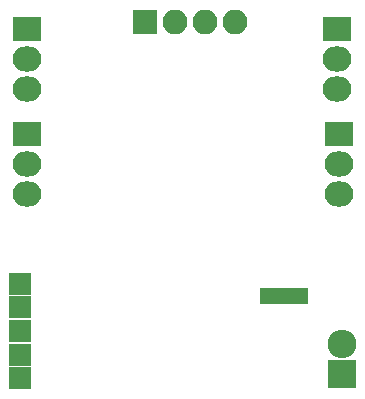
<source format=gts>
G04 #@! TF.FileFunction,Soldermask,Top*
%FSLAX46Y46*%
G04 Gerber Fmt 4.6, Leading zero omitted, Abs format (unit mm)*
G04 Created by KiCad (PCBNEW 4.0.2+dfsg1-stable) date Sun 13 Aug 2017 19:16:48 AEST*
%MOMM*%
G01*
G04 APERTURE LIST*
%ADD10C,0.100000*%
%ADD11R,2.432000X2.127200*%
%ADD12O,2.432000X2.127200*%
%ADD13R,2.432000X2.432000*%
%ADD14O,2.432000X2.432000*%
%ADD15R,1.900000X1.900000*%
%ADD16R,1.400000X1.400000*%
%ADD17R,2.100000X2.100000*%
%ADD18O,2.100000X2.100000*%
G04 APERTURE END LIST*
D10*
D11*
X190754000Y-105156000D03*
D12*
X190754000Y-107696000D03*
X190754000Y-110236000D03*
D13*
X217424000Y-125500000D03*
D14*
X217424000Y-122960000D03*
D11*
X216990000Y-96266000D03*
D12*
X216990000Y-98806000D03*
X216990000Y-101346000D03*
D11*
X217170000Y-105156000D03*
D12*
X217170000Y-107696000D03*
X217170000Y-110236000D03*
D11*
X190754000Y-96266000D03*
D12*
X190754000Y-98806000D03*
X190754000Y-101346000D03*
D15*
X190119000Y-123825000D03*
X190119000Y-121825000D03*
X190119000Y-119825000D03*
X190119000Y-117825000D03*
X190119000Y-125825000D03*
D16*
X211148000Y-118836000D03*
X213848000Y-118836000D03*
X212498000Y-118836000D03*
D17*
X200672700Y-95631000D03*
D18*
X203212700Y-95631000D03*
X205752700Y-95631000D03*
X208292700Y-95631000D03*
M02*

</source>
